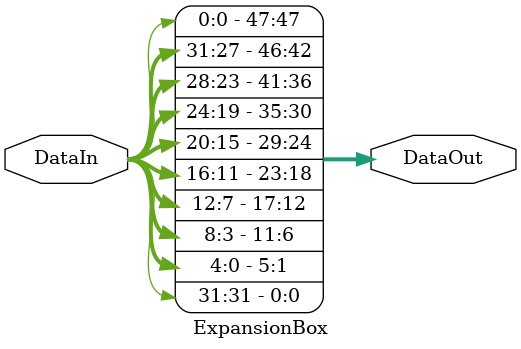
<source format=v>
module ExpansionBox(DataIn,DataOut);
    input [31:0] DataIn;
    output [47:0] DataOut;

    assign DataOut[0]=DataIn[31];
    assign DataOut[1]=DataIn[0];
    assign DataOut[2]=DataIn[1];
    assign DataOut[3]=DataIn[2];
    assign DataOut[4]=DataIn[3];
    assign DataOut[5]=DataIn[4];
    assign DataOut[6]=DataIn[3];
    assign DataOut[7]=DataIn[4];
    assign DataOut[8]=DataIn[5];
    assign DataOut[9]=DataIn[6];
    assign DataOut[10]=DataIn[7];
    assign DataOut[11]=DataIn[8];
    assign DataOut[12]=DataIn[7];
    assign DataOut[13]=DataIn[8];
    assign DataOut[14]=DataIn[9];
    assign DataOut[15]=DataIn[10];
    assign DataOut[16]=DataIn[11];
    assign DataOut[17]=DataIn[12];
    assign DataOut[18]=DataIn[11];
    assign DataOut[19]=DataIn[12];
    assign DataOut[20]=DataIn[13];
    assign DataOut[21]=DataIn[14];
    assign DataOut[22]=DataIn[15];
    assign DataOut[23]=DataIn[16];
    assign DataOut[24]=DataIn[15];
    assign DataOut[25]=DataIn[16];
    assign DataOut[26]=DataIn[17];
    assign DataOut[27]=DataIn[18];
    assign DataOut[28]=DataIn[19];
    assign DataOut[29]=DataIn[20];
    assign DataOut[30]=DataIn[19];
    assign DataOut[31]=DataIn[20];
    assign DataOut[32]=DataIn[21];
    assign DataOut[33]=DataIn[22];
    assign DataOut[34]=DataIn[23];
    assign DataOut[35]=DataIn[24];
    assign DataOut[36]=DataIn[23];
    assign DataOut[37]=DataIn[24];
    assign DataOut[38]=DataIn[25];
    assign DataOut[39]=DataIn[26];
    assign DataOut[40]=DataIn[27];
    assign DataOut[41]=DataIn[28];
    assign DataOut[42]=DataIn[27];
    assign DataOut[43]=DataIn[28];
    assign DataOut[44]=DataIn[29];
    assign DataOut[45]=DataIn[30];
    assign DataOut[46]=DataIn[31];
    assign DataOut[47]=DataIn[0];


endmodule
</source>
